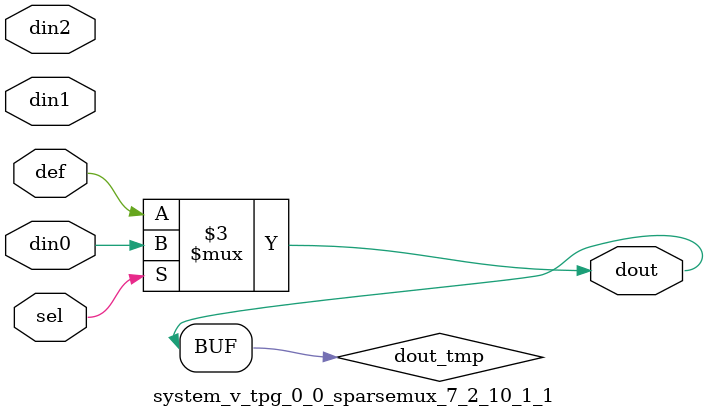
<source format=v>
`timescale 1ns / 1ps

module system_v_tpg_0_0_sparsemux_7_2_10_1_1 (din0,din1,din2,def,sel,dout);

parameter din0_WIDTH = 1;

parameter din1_WIDTH = 1;

parameter din2_WIDTH = 1;

parameter def_WIDTH = 1;
parameter sel_WIDTH = 1;
parameter dout_WIDTH = 1;

parameter [sel_WIDTH-1:0] CASE0 = 1;

parameter [sel_WIDTH-1:0] CASE1 = 1;

parameter [sel_WIDTH-1:0] CASE2 = 1;

parameter ID = 1;
parameter NUM_STAGE = 1;



input [din0_WIDTH-1:0] din0;

input [din1_WIDTH-1:0] din1;

input [din2_WIDTH-1:0] din2;

input [def_WIDTH-1:0] def;
input [sel_WIDTH-1:0] sel;

output [dout_WIDTH-1:0] dout;



reg [dout_WIDTH-1:0] dout_tmp;


always @ (*) begin
(* parallel_case *) case (sel)
    
    CASE0 : dout_tmp = din0;
    
    CASE1 : dout_tmp = din1;
    
    CASE2 : dout_tmp = din2;
    
    default : dout_tmp = def;
endcase
end


assign dout = dout_tmp;



endmodule

</source>
